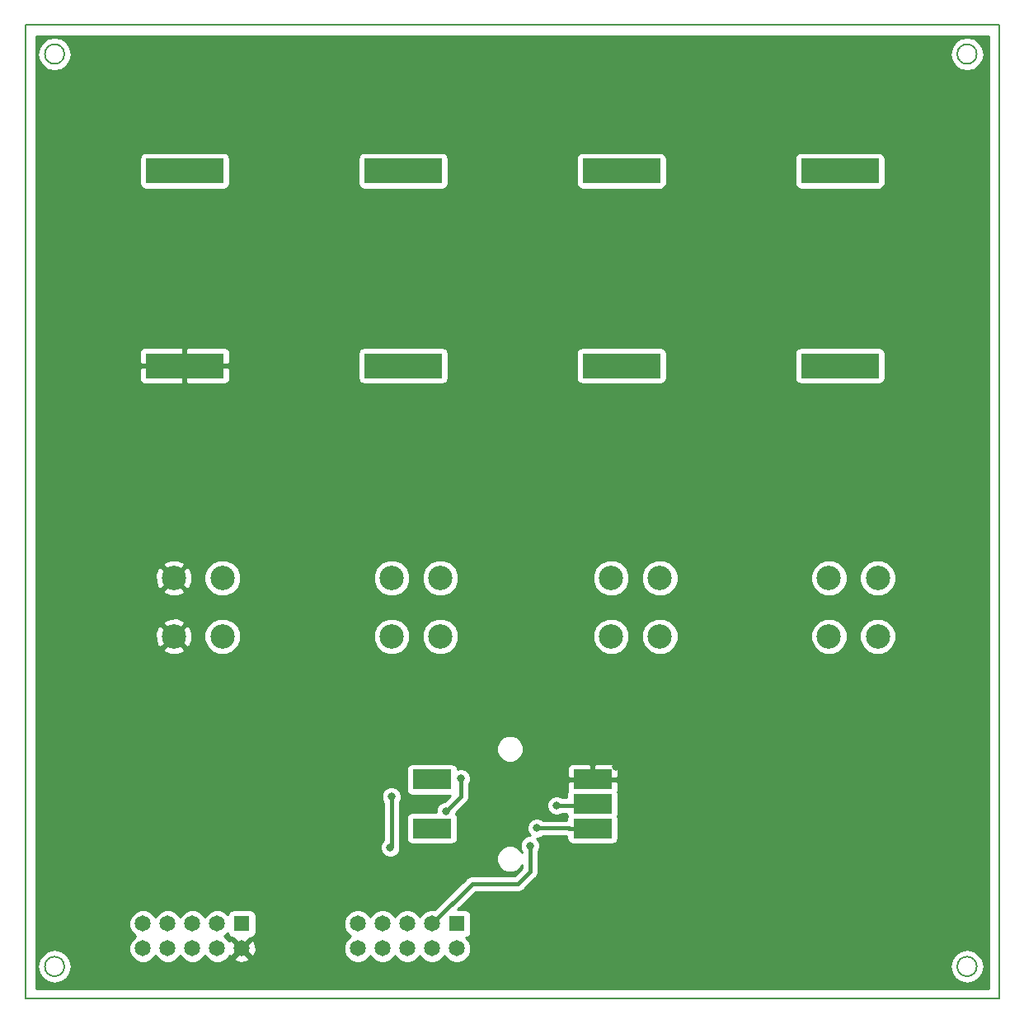
<source format=gbr>
%TF.GenerationSoftware,KiCad,Pcbnew,(5.0.0)*%
%TF.CreationDate,2020-03-23T14:18:08+01:00*%
%TF.ProjectId,Schaltplan_Modul1,536368616C74706C616E5F4D6F64756C,rev?*%
%TF.SameCoordinates,Original*%
%TF.FileFunction,Copper,L2,Bot,Signal*%
%TF.FilePolarity,Positive*%
%FSLAX46Y46*%
G04 Gerber Fmt 4.6, Leading zero omitted, Abs format (unit mm)*
G04 Created by KiCad (PCBNEW (5.0.0)) date 03/23/20 14:18:08*
%MOMM*%
%LPD*%
G01*
G04 APERTURE LIST*
%TA.AperFunction,NonConductor*%
%ADD10C,0.200000*%
%TD*%
%TA.AperFunction,ComponentPad*%
%ADD11R,1.650000X1.650000*%
%TD*%
%TA.AperFunction,ComponentPad*%
%ADD12C,1.650000*%
%TD*%
%TA.AperFunction,SMDPad,CuDef*%
%ADD13R,4.000000X2.000000*%
%TD*%
%TA.AperFunction,ComponentPad*%
%ADD14C,2.500000*%
%TD*%
%TA.AperFunction,ComponentPad*%
%ADD15R,8.000000X2.500000*%
%TD*%
%TA.AperFunction,ViaPad*%
%ADD16C,0.800000*%
%TD*%
%TA.AperFunction,Conductor*%
%ADD17C,0.400000*%
%TD*%
%TA.AperFunction,Conductor*%
%ADD18C,0.254000*%
%TD*%
G04 APERTURE END LIST*
D10*
X197695000Y-146695000D02*
G75*
G03X197695000Y-146695000I-1000000J0D01*
G01*
X197695000Y-53000000D02*
G75*
G03X197695000Y-53000000I-1000000J0D01*
G01*
X104000000Y-53000000D02*
G75*
G03X104000000Y-53000000I-1000000J0D01*
G01*
X104000000Y-146695000D02*
G75*
G03X104000000Y-146695000I-1000000J0D01*
G01*
X100000000Y-150000000D02*
X200000000Y-150000000D01*
X100000000Y-50000000D02*
X100000000Y-150000000D01*
X200000000Y-50000000D02*
X200000000Y-150000000D01*
X100000000Y-50000000D02*
X200000000Y-50000000D01*
D11*
%TO.P,J3,1*%
%TO.N,+3V3*%
X122230000Y-142310000D03*
D12*
%TO.P,J3,2*%
%TO.N,GND*%
X122230000Y-144850000D03*
%TO.P,J3,3*%
%TO.N,+5V*%
X119690000Y-142310000D03*
%TO.P,J3,4*%
%TO.N,/VSPI_CLK*%
X119690000Y-144850000D03*
%TO.P,J3,5*%
%TO.N,/SCL*%
X117150000Y-142310000D03*
%TO.P,J3,6*%
%TO.N,/VSPI_MOSI*%
X117150000Y-144850000D03*
%TO.P,J3,7*%
%TO.N,/SDA*%
X114610000Y-142310000D03*
%TO.P,J3,8*%
%TO.N,/VSPI_MISO*%
X114610000Y-144850000D03*
%TO.P,J3,9*%
%TO.N,Net-(J3-Pad9)*%
X112070000Y-142310000D03*
%TO.P,J3,10*%
%TO.N,/VSPI_CS*%
X112070000Y-144850000D03*
%TD*%
D11*
%TO.P,J1,1*%
%TO.N,/IO34*%
X144304000Y-142310000D03*
D12*
%TO.P,J1,2*%
%TO.N,/IO33*%
X144304000Y-144850000D03*
%TO.P,J1,3*%
%TO.N,/IO35*%
X141764000Y-142310000D03*
%TO.P,J1,4*%
%TO.N,/IO25*%
X141764000Y-144850000D03*
%TO.P,J1,5*%
%TO.N,/IO36*%
X139224000Y-142310000D03*
%TO.P,J1,6*%
%TO.N,/IO26*%
X139224000Y-144850000D03*
%TO.P,J1,7*%
%TO.N,/IO39*%
X136684000Y-142310000D03*
%TO.P,J1,8*%
%TO.N,Net-(J1-Pad8)*%
X136684000Y-144850000D03*
%TO.P,J1,9*%
%TO.N,N/C*%
X134144000Y-142310000D03*
%TO.P,J1,10*%
X134144000Y-144850000D03*
%TD*%
D13*
%TO.P,R_POT1,5*%
%TO.N,N/C*%
X141750000Y-132500000D03*
%TO.P,R_POT1,4*%
X141750000Y-127500000D03*
%TO.P,R_POT1,3*%
%TO.N,+3V3*%
X158250000Y-132500000D03*
%TO.P,R_POT1,2*%
%TO.N,Net-(R5-Pad2)*%
X158250000Y-130000000D03*
%TO.P,R_POT1,1*%
%TO.N,GND*%
X158250000Y-127500000D03*
%TD*%
D14*
%TO.P,J2,1*%
%TO.N,Net-(J2-Pad1)*%
X142604998Y-106800000D03*
%TO.P,J2,2*%
%TO.N,Net-(J2-Pad2)*%
X137604998Y-106800000D03*
%TO.P,J2,1*%
%TO.N,Net-(J2-Pad1)*%
X142604998Y-112800000D03*
%TO.P,J2,2*%
%TO.N,Net-(J2-Pad2)*%
X137604998Y-112800000D03*
%TD*%
D15*
%TO.P,TP2,1*%
%TO.N,+5V*%
X116355000Y-65000000D03*
%TD*%
%TO.P,TP7,1*%
%TO.N,Net-(J2-Pad1)*%
X138785000Y-65000000D03*
%TD*%
%TO.P,TP8,1*%
%TO.N,Net-(J2-Pad2)*%
X138785000Y-85000000D03*
%TD*%
%TO.P,TP3,1*%
%TO.N,Net-(C3-Pad1)*%
X183645000Y-65000000D03*
%TD*%
%TO.P,TP6,1*%
%TO.N,Net-(C8-Pad1)*%
X161215000Y-85000000D03*
%TD*%
%TO.P,TP1,1*%
%TO.N,GND*%
X116355000Y-85000000D03*
%TD*%
%TO.P,TP5,1*%
%TO.N,Net-(C9-Pad1)*%
X183645000Y-85000000D03*
%TD*%
%TO.P,TP4,1*%
%TO.N,Net-(C4-Pad1)*%
X161215000Y-65000000D03*
%TD*%
D14*
%TO.P,J6,1*%
%TO.N,+5V*%
X120232500Y-106800000D03*
%TO.P,J6,2*%
%TO.N,GND*%
X115232500Y-106800000D03*
%TO.P,J6,1*%
%TO.N,+5V*%
X120232500Y-112800000D03*
%TO.P,J6,2*%
%TO.N,GND*%
X115232500Y-112800000D03*
%TD*%
%TO.P,J5,1*%
%TO.N,Net-(C4-Pad1)*%
X165149997Y-106800000D03*
%TO.P,J5,2*%
%TO.N,Net-(C8-Pad1)*%
X160149997Y-106800000D03*
%TO.P,J5,1*%
%TO.N,Net-(C4-Pad1)*%
X165149997Y-112800000D03*
%TO.P,J5,2*%
%TO.N,Net-(C8-Pad1)*%
X160149997Y-112800000D03*
%TD*%
%TO.P,J4,1*%
%TO.N,Net-(C3-Pad1)*%
X187522500Y-106800000D03*
%TO.P,J4,2*%
%TO.N,Net-(C9-Pad1)*%
X182522500Y-106800000D03*
%TO.P,J4,1*%
%TO.N,Net-(C3-Pad1)*%
X187522500Y-112800000D03*
%TO.P,J4,2*%
%TO.N,Net-(C9-Pad1)*%
X182522500Y-112800000D03*
%TD*%
D16*
%TO.N,GND*%
X146101000Y-127406500D03*
X134036000Y-128232000D03*
X160645000Y-126200000D03*
X183155000Y-126076000D03*
X190865000Y-126076000D03*
X152832000Y-127944000D03*
X175630000Y-127820000D03*
X169884000Y-127944000D03*
X146736000Y-132296000D03*
%TO.N,Net-(R5-Pad2)*%
X154546500Y-130159000D03*
%TO.N,+3V3*%
X152514500Y-132486500D03*
%TO.N,/IO25*%
X144704000Y-127402000D03*
X143180000Y-130772000D03*
%TO.N,/IO26*%
X137592000Y-129248000D03*
X137465000Y-134455000D03*
%TO.N,/IO35*%
X151816000Y-134294000D03*
%TD*%
D17*
%TO.N,Net-(R5-Pad2)*%
X158091000Y-130159000D02*
X158250000Y-130000000D01*
X154546500Y-130159000D02*
X158091000Y-130159000D01*
%TO.N,+3V3*%
X155850000Y-132500000D02*
X155836500Y-132486500D01*
X158250000Y-132500000D02*
X155850000Y-132500000D01*
X155836500Y-132486500D02*
X152514500Y-132486500D01*
%TO.N,/IO25*%
X144704000Y-129248000D02*
X144704000Y-127402000D01*
X143180000Y-130772000D02*
X144704000Y-129248000D01*
%TO.N,/IO26*%
X137592000Y-134328000D02*
X137465000Y-134455000D01*
X137592000Y-129248000D02*
X137592000Y-134328000D01*
%TO.N,/IO35*%
X151816000Y-134859685D02*
X151816000Y-134294000D01*
X151816000Y-135434002D02*
X151816000Y-134859685D01*
X151816000Y-134294000D02*
X151816000Y-135434002D01*
X145874000Y-138200000D02*
X141764000Y-142310000D01*
X149050002Y-138200000D02*
X145874000Y-138200000D01*
X149050002Y-138200000D02*
X150600000Y-138200000D01*
X151816000Y-136984000D02*
X151816000Y-134294000D01*
X150600000Y-138200000D02*
X151816000Y-136984000D01*
%TD*%
D18*
%TO.N,GND*%
G36*
X198933000Y-148933000D02*
X101143000Y-148933000D01*
X101143000Y-146695000D01*
X101245000Y-146695000D01*
X101378591Y-147366609D01*
X101759028Y-147935972D01*
X102328391Y-148316409D01*
X103000000Y-148450000D01*
X103671609Y-148316409D01*
X104240972Y-147935972D01*
X104621409Y-147366609D01*
X104755000Y-146695000D01*
X194940000Y-146695000D01*
X195073591Y-147366609D01*
X195454028Y-147935972D01*
X196023391Y-148316409D01*
X196695000Y-148450000D01*
X197366609Y-148316409D01*
X197935972Y-147935972D01*
X198316409Y-147366609D01*
X198450000Y-146695000D01*
X198316409Y-146023391D01*
X197935972Y-145454028D01*
X197366609Y-145073591D01*
X196695000Y-144940000D01*
X196023391Y-145073591D01*
X195454028Y-145454028D01*
X195073591Y-146023391D01*
X194940000Y-146695000D01*
X104755000Y-146695000D01*
X104621409Y-146023391D01*
X104240972Y-145454028D01*
X103671609Y-145073591D01*
X103000000Y-144940000D01*
X102328391Y-145073591D01*
X101759028Y-145454028D01*
X101378591Y-146023391D01*
X101245000Y-146695000D01*
X101143000Y-146695000D01*
X101143000Y-142019588D01*
X110610000Y-142019588D01*
X110610000Y-142600412D01*
X110832272Y-143137024D01*
X111242976Y-143547728D01*
X111320887Y-143580000D01*
X111242976Y-143612272D01*
X110832272Y-144022976D01*
X110610000Y-144559588D01*
X110610000Y-145140412D01*
X110832272Y-145677024D01*
X111242976Y-146087728D01*
X111779588Y-146310000D01*
X112360412Y-146310000D01*
X112897024Y-146087728D01*
X113307728Y-145677024D01*
X113340000Y-145599113D01*
X113372272Y-145677024D01*
X113782976Y-146087728D01*
X114319588Y-146310000D01*
X114900412Y-146310000D01*
X115437024Y-146087728D01*
X115847728Y-145677024D01*
X115880000Y-145599113D01*
X115912272Y-145677024D01*
X116322976Y-146087728D01*
X116859588Y-146310000D01*
X117440412Y-146310000D01*
X117977024Y-146087728D01*
X118387728Y-145677024D01*
X118420000Y-145599113D01*
X118452272Y-145677024D01*
X118862976Y-146087728D01*
X119399588Y-146310000D01*
X119980412Y-146310000D01*
X120517024Y-146087728D01*
X120728899Y-145875853D01*
X121383752Y-145875853D01*
X121460956Y-146124563D01*
X122007250Y-146321843D01*
X122587456Y-146295048D01*
X122999044Y-146124563D01*
X123076248Y-145875853D01*
X122230000Y-145029605D01*
X121383752Y-145875853D01*
X120728899Y-145875853D01*
X120927728Y-145677024D01*
X120953591Y-145614586D01*
X120955437Y-145619044D01*
X121204147Y-145696248D01*
X122050395Y-144850000D01*
X122409605Y-144850000D01*
X123255853Y-145696248D01*
X123504563Y-145619044D01*
X123701843Y-145072750D01*
X123675048Y-144492544D01*
X123504563Y-144080956D01*
X123255853Y-144003752D01*
X122409605Y-144850000D01*
X122050395Y-144850000D01*
X121204147Y-144003752D01*
X120955437Y-144080956D01*
X120953717Y-144085719D01*
X120927728Y-144022976D01*
X120517024Y-143612272D01*
X120439113Y-143580000D01*
X120517024Y-143547728D01*
X120786128Y-143278624D01*
X120806843Y-143382765D01*
X120947191Y-143592809D01*
X121157235Y-143733157D01*
X121397181Y-143780885D01*
X121383752Y-143824147D01*
X122230000Y-144670395D01*
X123076248Y-143824147D01*
X123062819Y-143780885D01*
X123302765Y-143733157D01*
X123512809Y-143592809D01*
X123653157Y-143382765D01*
X123702440Y-143135000D01*
X123702440Y-142019588D01*
X132684000Y-142019588D01*
X132684000Y-142600412D01*
X132906272Y-143137024D01*
X133316976Y-143547728D01*
X133394887Y-143580000D01*
X133316976Y-143612272D01*
X132906272Y-144022976D01*
X132684000Y-144559588D01*
X132684000Y-145140412D01*
X132906272Y-145677024D01*
X133316976Y-146087728D01*
X133853588Y-146310000D01*
X134434412Y-146310000D01*
X134971024Y-146087728D01*
X135381728Y-145677024D01*
X135414000Y-145599113D01*
X135446272Y-145677024D01*
X135856976Y-146087728D01*
X136393588Y-146310000D01*
X136974412Y-146310000D01*
X137511024Y-146087728D01*
X137921728Y-145677024D01*
X137954000Y-145599113D01*
X137986272Y-145677024D01*
X138396976Y-146087728D01*
X138933588Y-146310000D01*
X139514412Y-146310000D01*
X140051024Y-146087728D01*
X140461728Y-145677024D01*
X140494000Y-145599113D01*
X140526272Y-145677024D01*
X140936976Y-146087728D01*
X141473588Y-146310000D01*
X142054412Y-146310000D01*
X142591024Y-146087728D01*
X143001728Y-145677024D01*
X143034000Y-145599113D01*
X143066272Y-145677024D01*
X143476976Y-146087728D01*
X144013588Y-146310000D01*
X144594412Y-146310000D01*
X145131024Y-146087728D01*
X145541728Y-145677024D01*
X145764000Y-145140412D01*
X145764000Y-144559588D01*
X145541728Y-144022976D01*
X145272624Y-143753872D01*
X145376765Y-143733157D01*
X145586809Y-143592809D01*
X145727157Y-143382765D01*
X145776440Y-143135000D01*
X145776440Y-141485000D01*
X145727157Y-141237235D01*
X145586809Y-141027191D01*
X145376765Y-140886843D01*
X145129000Y-140837560D01*
X144417308Y-140837560D01*
X146219868Y-139035000D01*
X150517767Y-139035000D01*
X150600000Y-139051357D01*
X150682233Y-139035000D01*
X150682237Y-139035000D01*
X150925801Y-138986552D01*
X151202001Y-138802001D01*
X151248587Y-138732280D01*
X152348283Y-137632585D01*
X152418001Y-137586001D01*
X152602552Y-137309801D01*
X152651000Y-137066237D01*
X152651000Y-137066236D01*
X152667358Y-136984000D01*
X152651000Y-136901763D01*
X152651000Y-134922711D01*
X152693431Y-134880280D01*
X152851000Y-134499874D01*
X152851000Y-134088126D01*
X152693431Y-133707720D01*
X152507211Y-133521500D01*
X152720374Y-133521500D01*
X153100780Y-133363931D01*
X153143211Y-133321500D01*
X155602560Y-133321500D01*
X155602560Y-133500000D01*
X155651843Y-133747765D01*
X155792191Y-133957809D01*
X156002235Y-134098157D01*
X156250000Y-134147440D01*
X160250000Y-134147440D01*
X160497765Y-134098157D01*
X160707809Y-133957809D01*
X160848157Y-133747765D01*
X160897440Y-133500000D01*
X160897440Y-131500000D01*
X160848157Y-131252235D01*
X160846664Y-131250000D01*
X160848157Y-131247765D01*
X160897440Y-131000000D01*
X160897440Y-129000000D01*
X160848157Y-128752235D01*
X160838702Y-128738084D01*
X160885000Y-128626310D01*
X160885000Y-127785750D01*
X160726250Y-127627000D01*
X158377000Y-127627000D01*
X158377000Y-127647000D01*
X158123000Y-127647000D01*
X158123000Y-127627000D01*
X155773750Y-127627000D01*
X155615000Y-127785750D01*
X155615000Y-128626310D01*
X155661298Y-128738084D01*
X155651843Y-128752235D01*
X155602560Y-129000000D01*
X155602560Y-129324000D01*
X155175211Y-129324000D01*
X155132780Y-129281569D01*
X154752374Y-129124000D01*
X154340626Y-129124000D01*
X153960220Y-129281569D01*
X153669069Y-129572720D01*
X153511500Y-129953126D01*
X153511500Y-130364874D01*
X153669069Y-130745280D01*
X153960220Y-131036431D01*
X154340626Y-131194000D01*
X154752374Y-131194000D01*
X155132780Y-131036431D01*
X155175211Y-130994000D01*
X155602560Y-130994000D01*
X155602560Y-131000000D01*
X155651843Y-131247765D01*
X155653336Y-131250000D01*
X155651843Y-131252235D01*
X155602560Y-131500000D01*
X155602560Y-131651500D01*
X153143211Y-131651500D01*
X153100780Y-131609069D01*
X152720374Y-131451500D01*
X152308626Y-131451500D01*
X151928220Y-131609069D01*
X151637069Y-131900220D01*
X151479500Y-132280626D01*
X151479500Y-132692374D01*
X151637069Y-133072780D01*
X151823289Y-133259000D01*
X151610126Y-133259000D01*
X151229720Y-133416569D01*
X150938569Y-133707720D01*
X150781000Y-134088126D01*
X150781000Y-134499874D01*
X150938569Y-134880280D01*
X150981000Y-134922711D01*
X150981000Y-135002716D01*
X150924147Y-134865460D01*
X150534540Y-134475853D01*
X150025494Y-134265000D01*
X149474506Y-134265000D01*
X148965460Y-134475853D01*
X148575853Y-134865460D01*
X148365000Y-135374506D01*
X148365000Y-135925494D01*
X148575853Y-136434540D01*
X148965460Y-136824147D01*
X149474506Y-137035000D01*
X150025494Y-137035000D01*
X150534540Y-136824147D01*
X150924147Y-136434540D01*
X150981000Y-136297284D01*
X150981000Y-136638132D01*
X150254133Y-137365000D01*
X145956237Y-137365000D01*
X145874000Y-137348642D01*
X145791763Y-137365000D01*
X145548199Y-137413448D01*
X145271999Y-137597999D01*
X145225415Y-137667717D01*
X142043133Y-140850000D01*
X141473588Y-140850000D01*
X140936976Y-141072272D01*
X140526272Y-141482976D01*
X140494000Y-141560887D01*
X140461728Y-141482976D01*
X140051024Y-141072272D01*
X139514412Y-140850000D01*
X138933588Y-140850000D01*
X138396976Y-141072272D01*
X137986272Y-141482976D01*
X137954000Y-141560887D01*
X137921728Y-141482976D01*
X137511024Y-141072272D01*
X136974412Y-140850000D01*
X136393588Y-140850000D01*
X135856976Y-141072272D01*
X135446272Y-141482976D01*
X135414000Y-141560887D01*
X135381728Y-141482976D01*
X134971024Y-141072272D01*
X134434412Y-140850000D01*
X133853588Y-140850000D01*
X133316976Y-141072272D01*
X132906272Y-141482976D01*
X132684000Y-142019588D01*
X123702440Y-142019588D01*
X123702440Y-141485000D01*
X123653157Y-141237235D01*
X123512809Y-141027191D01*
X123302765Y-140886843D01*
X123055000Y-140837560D01*
X121405000Y-140837560D01*
X121157235Y-140886843D01*
X120947191Y-141027191D01*
X120806843Y-141237235D01*
X120786128Y-141341376D01*
X120517024Y-141072272D01*
X119980412Y-140850000D01*
X119399588Y-140850000D01*
X118862976Y-141072272D01*
X118452272Y-141482976D01*
X118420000Y-141560887D01*
X118387728Y-141482976D01*
X117977024Y-141072272D01*
X117440412Y-140850000D01*
X116859588Y-140850000D01*
X116322976Y-141072272D01*
X115912272Y-141482976D01*
X115880000Y-141560887D01*
X115847728Y-141482976D01*
X115437024Y-141072272D01*
X114900412Y-140850000D01*
X114319588Y-140850000D01*
X113782976Y-141072272D01*
X113372272Y-141482976D01*
X113340000Y-141560887D01*
X113307728Y-141482976D01*
X112897024Y-141072272D01*
X112360412Y-140850000D01*
X111779588Y-140850000D01*
X111242976Y-141072272D01*
X110832272Y-141482976D01*
X110610000Y-142019588D01*
X101143000Y-142019588D01*
X101143000Y-134249126D01*
X136430000Y-134249126D01*
X136430000Y-134660874D01*
X136587569Y-135041280D01*
X136878720Y-135332431D01*
X137259126Y-135490000D01*
X137670874Y-135490000D01*
X138051280Y-135332431D01*
X138342431Y-135041280D01*
X138500000Y-134660874D01*
X138500000Y-134249126D01*
X138427000Y-134072888D01*
X138427000Y-129876711D01*
X138469431Y-129834280D01*
X138627000Y-129453874D01*
X138627000Y-129042126D01*
X138469431Y-128661720D01*
X138178280Y-128370569D01*
X137797874Y-128213000D01*
X137386126Y-128213000D01*
X137005720Y-128370569D01*
X136714569Y-128661720D01*
X136557000Y-129042126D01*
X136557000Y-129453874D01*
X136714569Y-129834280D01*
X136757000Y-129876711D01*
X136757001Y-133699288D01*
X136587569Y-133868720D01*
X136430000Y-134249126D01*
X101143000Y-134249126D01*
X101143000Y-126500000D01*
X139102560Y-126500000D01*
X139102560Y-128500000D01*
X139151843Y-128747765D01*
X139292191Y-128957809D01*
X139502235Y-129098157D01*
X139750000Y-129147440D01*
X143623692Y-129147440D01*
X143034132Y-129737000D01*
X142974126Y-129737000D01*
X142593720Y-129894569D01*
X142302569Y-130185720D01*
X142145000Y-130566126D01*
X142145000Y-130852560D01*
X139750000Y-130852560D01*
X139502235Y-130901843D01*
X139292191Y-131042191D01*
X139151843Y-131252235D01*
X139102560Y-131500000D01*
X139102560Y-133500000D01*
X139151843Y-133747765D01*
X139292191Y-133957809D01*
X139502235Y-134098157D01*
X139750000Y-134147440D01*
X143750000Y-134147440D01*
X143997765Y-134098157D01*
X144207809Y-133957809D01*
X144348157Y-133747765D01*
X144397440Y-133500000D01*
X144397440Y-131500000D01*
X144348157Y-131252235D01*
X144207809Y-131042191D01*
X144192575Y-131032012D01*
X144215000Y-130977874D01*
X144215000Y-130917868D01*
X145236286Y-129896583D01*
X145306001Y-129850001D01*
X145490552Y-129573801D01*
X145539000Y-129330237D01*
X145539000Y-129330234D01*
X145555357Y-129248001D01*
X145539000Y-129165768D01*
X145539000Y-128030711D01*
X145581431Y-127988280D01*
X145739000Y-127607874D01*
X145739000Y-127196126D01*
X145581431Y-126815720D01*
X145290280Y-126524569D01*
X144926026Y-126373690D01*
X155615000Y-126373690D01*
X155615000Y-127214250D01*
X155773750Y-127373000D01*
X158123000Y-127373000D01*
X158123000Y-126023750D01*
X158377000Y-126023750D01*
X158377000Y-127373000D01*
X160726250Y-127373000D01*
X160885000Y-127214250D01*
X160885000Y-126373690D01*
X160788327Y-126140301D01*
X160609698Y-125961673D01*
X160376309Y-125865000D01*
X158535750Y-125865000D01*
X158377000Y-126023750D01*
X158123000Y-126023750D01*
X157964250Y-125865000D01*
X156123691Y-125865000D01*
X155890302Y-125961673D01*
X155711673Y-126140301D01*
X155615000Y-126373690D01*
X144926026Y-126373690D01*
X144909874Y-126367000D01*
X144498126Y-126367000D01*
X144380663Y-126415655D01*
X144348157Y-126252235D01*
X144207809Y-126042191D01*
X143997765Y-125901843D01*
X143750000Y-125852560D01*
X139750000Y-125852560D01*
X139502235Y-125901843D01*
X139292191Y-126042191D01*
X139151843Y-126252235D01*
X139102560Y-126500000D01*
X101143000Y-126500000D01*
X101143000Y-124074506D01*
X148365000Y-124074506D01*
X148365000Y-124625494D01*
X148575853Y-125134540D01*
X148965460Y-125524147D01*
X149474506Y-125735000D01*
X150025494Y-125735000D01*
X150534540Y-125524147D01*
X150924147Y-125134540D01*
X151135000Y-124625494D01*
X151135000Y-124074506D01*
X150924147Y-123565460D01*
X150534540Y-123175853D01*
X150025494Y-122965000D01*
X149474506Y-122965000D01*
X148965460Y-123175853D01*
X148575853Y-123565460D01*
X148365000Y-124074506D01*
X101143000Y-124074506D01*
X101143000Y-114133320D01*
X114078785Y-114133320D01*
X114208033Y-114426123D01*
X114908306Y-114694388D01*
X115657935Y-114674250D01*
X116256967Y-114426123D01*
X116386215Y-114133320D01*
X115232500Y-112979605D01*
X114078785Y-114133320D01*
X101143000Y-114133320D01*
X101143000Y-112475806D01*
X113338112Y-112475806D01*
X113358250Y-113225435D01*
X113606377Y-113824467D01*
X113899180Y-113953715D01*
X115052895Y-112800000D01*
X115412105Y-112800000D01*
X116565820Y-113953715D01*
X116858623Y-113824467D01*
X117126888Y-113124194D01*
X117108107Y-112425050D01*
X118347500Y-112425050D01*
X118347500Y-113174950D01*
X118634474Y-113867767D01*
X119164733Y-114398026D01*
X119857550Y-114685000D01*
X120607450Y-114685000D01*
X121300267Y-114398026D01*
X121830526Y-113867767D01*
X122117500Y-113174950D01*
X122117500Y-112425050D01*
X135719998Y-112425050D01*
X135719998Y-113174950D01*
X136006972Y-113867767D01*
X136537231Y-114398026D01*
X137230048Y-114685000D01*
X137979948Y-114685000D01*
X138672765Y-114398026D01*
X139203024Y-113867767D01*
X139489998Y-113174950D01*
X139489998Y-112425050D01*
X140719998Y-112425050D01*
X140719998Y-113174950D01*
X141006972Y-113867767D01*
X141537231Y-114398026D01*
X142230048Y-114685000D01*
X142979948Y-114685000D01*
X143672765Y-114398026D01*
X144203024Y-113867767D01*
X144489998Y-113174950D01*
X144489998Y-112425050D01*
X158264997Y-112425050D01*
X158264997Y-113174950D01*
X158551971Y-113867767D01*
X159082230Y-114398026D01*
X159775047Y-114685000D01*
X160524947Y-114685000D01*
X161217764Y-114398026D01*
X161748023Y-113867767D01*
X162034997Y-113174950D01*
X162034997Y-112425050D01*
X163264997Y-112425050D01*
X163264997Y-113174950D01*
X163551971Y-113867767D01*
X164082230Y-114398026D01*
X164775047Y-114685000D01*
X165524947Y-114685000D01*
X166217764Y-114398026D01*
X166748023Y-113867767D01*
X167034997Y-113174950D01*
X167034997Y-112425050D01*
X180637500Y-112425050D01*
X180637500Y-113174950D01*
X180924474Y-113867767D01*
X181454733Y-114398026D01*
X182147550Y-114685000D01*
X182897450Y-114685000D01*
X183590267Y-114398026D01*
X184120526Y-113867767D01*
X184407500Y-113174950D01*
X184407500Y-112425050D01*
X185637500Y-112425050D01*
X185637500Y-113174950D01*
X185924474Y-113867767D01*
X186454733Y-114398026D01*
X187147550Y-114685000D01*
X187897450Y-114685000D01*
X188590267Y-114398026D01*
X189120526Y-113867767D01*
X189407500Y-113174950D01*
X189407500Y-112425050D01*
X189120526Y-111732233D01*
X188590267Y-111201974D01*
X187897450Y-110915000D01*
X187147550Y-110915000D01*
X186454733Y-111201974D01*
X185924474Y-111732233D01*
X185637500Y-112425050D01*
X184407500Y-112425050D01*
X184120526Y-111732233D01*
X183590267Y-111201974D01*
X182897450Y-110915000D01*
X182147550Y-110915000D01*
X181454733Y-111201974D01*
X180924474Y-111732233D01*
X180637500Y-112425050D01*
X167034997Y-112425050D01*
X166748023Y-111732233D01*
X166217764Y-111201974D01*
X165524947Y-110915000D01*
X164775047Y-110915000D01*
X164082230Y-111201974D01*
X163551971Y-111732233D01*
X163264997Y-112425050D01*
X162034997Y-112425050D01*
X161748023Y-111732233D01*
X161217764Y-111201974D01*
X160524947Y-110915000D01*
X159775047Y-110915000D01*
X159082230Y-111201974D01*
X158551971Y-111732233D01*
X158264997Y-112425050D01*
X144489998Y-112425050D01*
X144203024Y-111732233D01*
X143672765Y-111201974D01*
X142979948Y-110915000D01*
X142230048Y-110915000D01*
X141537231Y-111201974D01*
X141006972Y-111732233D01*
X140719998Y-112425050D01*
X139489998Y-112425050D01*
X139203024Y-111732233D01*
X138672765Y-111201974D01*
X137979948Y-110915000D01*
X137230048Y-110915000D01*
X136537231Y-111201974D01*
X136006972Y-111732233D01*
X135719998Y-112425050D01*
X122117500Y-112425050D01*
X121830526Y-111732233D01*
X121300267Y-111201974D01*
X120607450Y-110915000D01*
X119857550Y-110915000D01*
X119164733Y-111201974D01*
X118634474Y-111732233D01*
X118347500Y-112425050D01*
X117108107Y-112425050D01*
X117106750Y-112374565D01*
X116858623Y-111775533D01*
X116565820Y-111646285D01*
X115412105Y-112800000D01*
X115052895Y-112800000D01*
X113899180Y-111646285D01*
X113606377Y-111775533D01*
X113338112Y-112475806D01*
X101143000Y-112475806D01*
X101143000Y-111466680D01*
X114078785Y-111466680D01*
X115232500Y-112620395D01*
X116386215Y-111466680D01*
X116256967Y-111173877D01*
X115556694Y-110905612D01*
X114807065Y-110925750D01*
X114208033Y-111173877D01*
X114078785Y-111466680D01*
X101143000Y-111466680D01*
X101143000Y-108133320D01*
X114078785Y-108133320D01*
X114208033Y-108426123D01*
X114908306Y-108694388D01*
X115657935Y-108674250D01*
X116256967Y-108426123D01*
X116386215Y-108133320D01*
X115232500Y-106979605D01*
X114078785Y-108133320D01*
X101143000Y-108133320D01*
X101143000Y-106475806D01*
X113338112Y-106475806D01*
X113358250Y-107225435D01*
X113606377Y-107824467D01*
X113899180Y-107953715D01*
X115052895Y-106800000D01*
X115412105Y-106800000D01*
X116565820Y-107953715D01*
X116858623Y-107824467D01*
X117126888Y-107124194D01*
X117108107Y-106425050D01*
X118347500Y-106425050D01*
X118347500Y-107174950D01*
X118634474Y-107867767D01*
X119164733Y-108398026D01*
X119857550Y-108685000D01*
X120607450Y-108685000D01*
X121300267Y-108398026D01*
X121830526Y-107867767D01*
X122117500Y-107174950D01*
X122117500Y-106425050D01*
X135719998Y-106425050D01*
X135719998Y-107174950D01*
X136006972Y-107867767D01*
X136537231Y-108398026D01*
X137230048Y-108685000D01*
X137979948Y-108685000D01*
X138672765Y-108398026D01*
X139203024Y-107867767D01*
X139489998Y-107174950D01*
X139489998Y-106425050D01*
X140719998Y-106425050D01*
X140719998Y-107174950D01*
X141006972Y-107867767D01*
X141537231Y-108398026D01*
X142230048Y-108685000D01*
X142979948Y-108685000D01*
X143672765Y-108398026D01*
X144203024Y-107867767D01*
X144489998Y-107174950D01*
X144489998Y-106425050D01*
X158264997Y-106425050D01*
X158264997Y-107174950D01*
X158551971Y-107867767D01*
X159082230Y-108398026D01*
X159775047Y-108685000D01*
X160524947Y-108685000D01*
X161217764Y-108398026D01*
X161748023Y-107867767D01*
X162034997Y-107174950D01*
X162034997Y-106425050D01*
X163264997Y-106425050D01*
X163264997Y-107174950D01*
X163551971Y-107867767D01*
X164082230Y-108398026D01*
X164775047Y-108685000D01*
X165524947Y-108685000D01*
X166217764Y-108398026D01*
X166748023Y-107867767D01*
X167034997Y-107174950D01*
X167034997Y-106425050D01*
X180637500Y-106425050D01*
X180637500Y-107174950D01*
X180924474Y-107867767D01*
X181454733Y-108398026D01*
X182147550Y-108685000D01*
X182897450Y-108685000D01*
X183590267Y-108398026D01*
X184120526Y-107867767D01*
X184407500Y-107174950D01*
X184407500Y-106425050D01*
X185637500Y-106425050D01*
X185637500Y-107174950D01*
X185924474Y-107867767D01*
X186454733Y-108398026D01*
X187147550Y-108685000D01*
X187897450Y-108685000D01*
X188590267Y-108398026D01*
X189120526Y-107867767D01*
X189407500Y-107174950D01*
X189407500Y-106425050D01*
X189120526Y-105732233D01*
X188590267Y-105201974D01*
X187897450Y-104915000D01*
X187147550Y-104915000D01*
X186454733Y-105201974D01*
X185924474Y-105732233D01*
X185637500Y-106425050D01*
X184407500Y-106425050D01*
X184120526Y-105732233D01*
X183590267Y-105201974D01*
X182897450Y-104915000D01*
X182147550Y-104915000D01*
X181454733Y-105201974D01*
X180924474Y-105732233D01*
X180637500Y-106425050D01*
X167034997Y-106425050D01*
X166748023Y-105732233D01*
X166217764Y-105201974D01*
X165524947Y-104915000D01*
X164775047Y-104915000D01*
X164082230Y-105201974D01*
X163551971Y-105732233D01*
X163264997Y-106425050D01*
X162034997Y-106425050D01*
X161748023Y-105732233D01*
X161217764Y-105201974D01*
X160524947Y-104915000D01*
X159775047Y-104915000D01*
X159082230Y-105201974D01*
X158551971Y-105732233D01*
X158264997Y-106425050D01*
X144489998Y-106425050D01*
X144203024Y-105732233D01*
X143672765Y-105201974D01*
X142979948Y-104915000D01*
X142230048Y-104915000D01*
X141537231Y-105201974D01*
X141006972Y-105732233D01*
X140719998Y-106425050D01*
X139489998Y-106425050D01*
X139203024Y-105732233D01*
X138672765Y-105201974D01*
X137979948Y-104915000D01*
X137230048Y-104915000D01*
X136537231Y-105201974D01*
X136006972Y-105732233D01*
X135719998Y-106425050D01*
X122117500Y-106425050D01*
X121830526Y-105732233D01*
X121300267Y-105201974D01*
X120607450Y-104915000D01*
X119857550Y-104915000D01*
X119164733Y-105201974D01*
X118634474Y-105732233D01*
X118347500Y-106425050D01*
X117108107Y-106425050D01*
X117106750Y-106374565D01*
X116858623Y-105775533D01*
X116565820Y-105646285D01*
X115412105Y-106800000D01*
X115052895Y-106800000D01*
X113899180Y-105646285D01*
X113606377Y-105775533D01*
X113338112Y-106475806D01*
X101143000Y-106475806D01*
X101143000Y-105466680D01*
X114078785Y-105466680D01*
X115232500Y-106620395D01*
X116386215Y-105466680D01*
X116256967Y-105173877D01*
X115556694Y-104905612D01*
X114807065Y-104925750D01*
X114208033Y-105173877D01*
X114078785Y-105466680D01*
X101143000Y-105466680D01*
X101143000Y-85285750D01*
X111720000Y-85285750D01*
X111720000Y-86376310D01*
X111816673Y-86609699D01*
X111995302Y-86788327D01*
X112228691Y-86885000D01*
X116069250Y-86885000D01*
X116228000Y-86726250D01*
X116228000Y-85127000D01*
X116482000Y-85127000D01*
X116482000Y-86726250D01*
X116640750Y-86885000D01*
X120481309Y-86885000D01*
X120714698Y-86788327D01*
X120893327Y-86609699D01*
X120990000Y-86376310D01*
X120990000Y-85285750D01*
X120831250Y-85127000D01*
X116482000Y-85127000D01*
X116228000Y-85127000D01*
X111878750Y-85127000D01*
X111720000Y-85285750D01*
X101143000Y-85285750D01*
X101143000Y-83623690D01*
X111720000Y-83623690D01*
X111720000Y-84714250D01*
X111878750Y-84873000D01*
X116228000Y-84873000D01*
X116228000Y-83273750D01*
X116482000Y-83273750D01*
X116482000Y-84873000D01*
X120831250Y-84873000D01*
X120990000Y-84714250D01*
X120990000Y-83750000D01*
X134137560Y-83750000D01*
X134137560Y-86250000D01*
X134186843Y-86497765D01*
X134327191Y-86707809D01*
X134537235Y-86848157D01*
X134785000Y-86897440D01*
X142785000Y-86897440D01*
X143032765Y-86848157D01*
X143242809Y-86707809D01*
X143383157Y-86497765D01*
X143432440Y-86250000D01*
X143432440Y-83750000D01*
X156567560Y-83750000D01*
X156567560Y-86250000D01*
X156616843Y-86497765D01*
X156757191Y-86707809D01*
X156967235Y-86848157D01*
X157215000Y-86897440D01*
X165215000Y-86897440D01*
X165462765Y-86848157D01*
X165672809Y-86707809D01*
X165813157Y-86497765D01*
X165862440Y-86250000D01*
X165862440Y-83750000D01*
X178997560Y-83750000D01*
X178997560Y-86250000D01*
X179046843Y-86497765D01*
X179187191Y-86707809D01*
X179397235Y-86848157D01*
X179645000Y-86897440D01*
X187645000Y-86897440D01*
X187892765Y-86848157D01*
X188102809Y-86707809D01*
X188243157Y-86497765D01*
X188292440Y-86250000D01*
X188292440Y-83750000D01*
X188243157Y-83502235D01*
X188102809Y-83292191D01*
X187892765Y-83151843D01*
X187645000Y-83102560D01*
X179645000Y-83102560D01*
X179397235Y-83151843D01*
X179187191Y-83292191D01*
X179046843Y-83502235D01*
X178997560Y-83750000D01*
X165862440Y-83750000D01*
X165813157Y-83502235D01*
X165672809Y-83292191D01*
X165462765Y-83151843D01*
X165215000Y-83102560D01*
X157215000Y-83102560D01*
X156967235Y-83151843D01*
X156757191Y-83292191D01*
X156616843Y-83502235D01*
X156567560Y-83750000D01*
X143432440Y-83750000D01*
X143383157Y-83502235D01*
X143242809Y-83292191D01*
X143032765Y-83151843D01*
X142785000Y-83102560D01*
X134785000Y-83102560D01*
X134537235Y-83151843D01*
X134327191Y-83292191D01*
X134186843Y-83502235D01*
X134137560Y-83750000D01*
X120990000Y-83750000D01*
X120990000Y-83623690D01*
X120893327Y-83390301D01*
X120714698Y-83211673D01*
X120481309Y-83115000D01*
X116640750Y-83115000D01*
X116482000Y-83273750D01*
X116228000Y-83273750D01*
X116069250Y-83115000D01*
X112228691Y-83115000D01*
X111995302Y-83211673D01*
X111816673Y-83390301D01*
X111720000Y-83623690D01*
X101143000Y-83623690D01*
X101143000Y-63750000D01*
X111707560Y-63750000D01*
X111707560Y-66250000D01*
X111756843Y-66497765D01*
X111897191Y-66707809D01*
X112107235Y-66848157D01*
X112355000Y-66897440D01*
X120355000Y-66897440D01*
X120602765Y-66848157D01*
X120812809Y-66707809D01*
X120953157Y-66497765D01*
X121002440Y-66250000D01*
X121002440Y-63750000D01*
X134137560Y-63750000D01*
X134137560Y-66250000D01*
X134186843Y-66497765D01*
X134327191Y-66707809D01*
X134537235Y-66848157D01*
X134785000Y-66897440D01*
X142785000Y-66897440D01*
X143032765Y-66848157D01*
X143242809Y-66707809D01*
X143383157Y-66497765D01*
X143432440Y-66250000D01*
X143432440Y-63750000D01*
X156567560Y-63750000D01*
X156567560Y-66250000D01*
X156616843Y-66497765D01*
X156757191Y-66707809D01*
X156967235Y-66848157D01*
X157215000Y-66897440D01*
X165215000Y-66897440D01*
X165462765Y-66848157D01*
X165672809Y-66707809D01*
X165813157Y-66497765D01*
X165862440Y-66250000D01*
X165862440Y-63750000D01*
X178997560Y-63750000D01*
X178997560Y-66250000D01*
X179046843Y-66497765D01*
X179187191Y-66707809D01*
X179397235Y-66848157D01*
X179645000Y-66897440D01*
X187645000Y-66897440D01*
X187892765Y-66848157D01*
X188102809Y-66707809D01*
X188243157Y-66497765D01*
X188292440Y-66250000D01*
X188292440Y-63750000D01*
X188243157Y-63502235D01*
X188102809Y-63292191D01*
X187892765Y-63151843D01*
X187645000Y-63102560D01*
X179645000Y-63102560D01*
X179397235Y-63151843D01*
X179187191Y-63292191D01*
X179046843Y-63502235D01*
X178997560Y-63750000D01*
X165862440Y-63750000D01*
X165813157Y-63502235D01*
X165672809Y-63292191D01*
X165462765Y-63151843D01*
X165215000Y-63102560D01*
X157215000Y-63102560D01*
X156967235Y-63151843D01*
X156757191Y-63292191D01*
X156616843Y-63502235D01*
X156567560Y-63750000D01*
X143432440Y-63750000D01*
X143383157Y-63502235D01*
X143242809Y-63292191D01*
X143032765Y-63151843D01*
X142785000Y-63102560D01*
X134785000Y-63102560D01*
X134537235Y-63151843D01*
X134327191Y-63292191D01*
X134186843Y-63502235D01*
X134137560Y-63750000D01*
X121002440Y-63750000D01*
X120953157Y-63502235D01*
X120812809Y-63292191D01*
X120602765Y-63151843D01*
X120355000Y-63102560D01*
X112355000Y-63102560D01*
X112107235Y-63151843D01*
X111897191Y-63292191D01*
X111756843Y-63502235D01*
X111707560Y-63750000D01*
X101143000Y-63750000D01*
X101143000Y-53000000D01*
X101245000Y-53000000D01*
X101378591Y-53671609D01*
X101759028Y-54240972D01*
X102328391Y-54621409D01*
X103000000Y-54755000D01*
X103671609Y-54621409D01*
X104240972Y-54240972D01*
X104621409Y-53671609D01*
X104755000Y-53000000D01*
X194940000Y-53000000D01*
X195073591Y-53671609D01*
X195454028Y-54240972D01*
X196023391Y-54621409D01*
X196695000Y-54755000D01*
X197366609Y-54621409D01*
X197935972Y-54240972D01*
X198316409Y-53671609D01*
X198450000Y-53000000D01*
X198316409Y-52328391D01*
X197935972Y-51759028D01*
X197366609Y-51378591D01*
X196695000Y-51245000D01*
X196023391Y-51378591D01*
X195454028Y-51759028D01*
X195073591Y-52328391D01*
X194940000Y-53000000D01*
X104755000Y-53000000D01*
X104621409Y-52328391D01*
X104240972Y-51759028D01*
X103671609Y-51378591D01*
X103000000Y-51245000D01*
X102328391Y-51378591D01*
X101759028Y-51759028D01*
X101378591Y-52328391D01*
X101245000Y-53000000D01*
X101143000Y-53000000D01*
X101143000Y-51143000D01*
X198933000Y-51143000D01*
X198933000Y-148933000D01*
X198933000Y-148933000D01*
G37*
X198933000Y-148933000D02*
X101143000Y-148933000D01*
X101143000Y-146695000D01*
X101245000Y-146695000D01*
X101378591Y-147366609D01*
X101759028Y-147935972D01*
X102328391Y-148316409D01*
X103000000Y-148450000D01*
X103671609Y-148316409D01*
X104240972Y-147935972D01*
X104621409Y-147366609D01*
X104755000Y-146695000D01*
X194940000Y-146695000D01*
X195073591Y-147366609D01*
X195454028Y-147935972D01*
X196023391Y-148316409D01*
X196695000Y-148450000D01*
X197366609Y-148316409D01*
X197935972Y-147935972D01*
X198316409Y-147366609D01*
X198450000Y-146695000D01*
X198316409Y-146023391D01*
X197935972Y-145454028D01*
X197366609Y-145073591D01*
X196695000Y-144940000D01*
X196023391Y-145073591D01*
X195454028Y-145454028D01*
X195073591Y-146023391D01*
X194940000Y-146695000D01*
X104755000Y-146695000D01*
X104621409Y-146023391D01*
X104240972Y-145454028D01*
X103671609Y-145073591D01*
X103000000Y-144940000D01*
X102328391Y-145073591D01*
X101759028Y-145454028D01*
X101378591Y-146023391D01*
X101245000Y-146695000D01*
X101143000Y-146695000D01*
X101143000Y-142019588D01*
X110610000Y-142019588D01*
X110610000Y-142600412D01*
X110832272Y-143137024D01*
X111242976Y-143547728D01*
X111320887Y-143580000D01*
X111242976Y-143612272D01*
X110832272Y-144022976D01*
X110610000Y-144559588D01*
X110610000Y-145140412D01*
X110832272Y-145677024D01*
X111242976Y-146087728D01*
X111779588Y-146310000D01*
X112360412Y-146310000D01*
X112897024Y-146087728D01*
X113307728Y-145677024D01*
X113340000Y-145599113D01*
X113372272Y-145677024D01*
X113782976Y-146087728D01*
X114319588Y-146310000D01*
X114900412Y-146310000D01*
X115437024Y-146087728D01*
X115847728Y-145677024D01*
X115880000Y-145599113D01*
X115912272Y-145677024D01*
X116322976Y-146087728D01*
X116859588Y-146310000D01*
X117440412Y-146310000D01*
X117977024Y-146087728D01*
X118387728Y-145677024D01*
X118420000Y-145599113D01*
X118452272Y-145677024D01*
X118862976Y-146087728D01*
X119399588Y-146310000D01*
X119980412Y-146310000D01*
X120517024Y-146087728D01*
X120728899Y-145875853D01*
X121383752Y-145875853D01*
X121460956Y-146124563D01*
X122007250Y-146321843D01*
X122587456Y-146295048D01*
X122999044Y-146124563D01*
X123076248Y-145875853D01*
X122230000Y-145029605D01*
X121383752Y-145875853D01*
X120728899Y-145875853D01*
X120927728Y-145677024D01*
X120953591Y-145614586D01*
X120955437Y-145619044D01*
X121204147Y-145696248D01*
X122050395Y-144850000D01*
X122409605Y-144850000D01*
X123255853Y-145696248D01*
X123504563Y-145619044D01*
X123701843Y-145072750D01*
X123675048Y-144492544D01*
X123504563Y-144080956D01*
X123255853Y-144003752D01*
X122409605Y-144850000D01*
X122050395Y-144850000D01*
X121204147Y-144003752D01*
X120955437Y-144080956D01*
X120953717Y-144085719D01*
X120927728Y-144022976D01*
X120517024Y-143612272D01*
X120439113Y-143580000D01*
X120517024Y-143547728D01*
X120786128Y-143278624D01*
X120806843Y-143382765D01*
X120947191Y-143592809D01*
X121157235Y-143733157D01*
X121397181Y-143780885D01*
X121383752Y-143824147D01*
X122230000Y-144670395D01*
X123076248Y-143824147D01*
X123062819Y-143780885D01*
X123302765Y-143733157D01*
X123512809Y-143592809D01*
X123653157Y-143382765D01*
X123702440Y-143135000D01*
X123702440Y-142019588D01*
X132684000Y-142019588D01*
X132684000Y-142600412D01*
X132906272Y-143137024D01*
X133316976Y-143547728D01*
X133394887Y-143580000D01*
X133316976Y-143612272D01*
X132906272Y-144022976D01*
X132684000Y-144559588D01*
X132684000Y-145140412D01*
X132906272Y-145677024D01*
X133316976Y-146087728D01*
X133853588Y-146310000D01*
X134434412Y-146310000D01*
X134971024Y-146087728D01*
X135381728Y-145677024D01*
X135414000Y-145599113D01*
X135446272Y-145677024D01*
X135856976Y-146087728D01*
X136393588Y-146310000D01*
X136974412Y-146310000D01*
X137511024Y-146087728D01*
X137921728Y-145677024D01*
X137954000Y-145599113D01*
X137986272Y-145677024D01*
X138396976Y-146087728D01*
X138933588Y-146310000D01*
X139514412Y-146310000D01*
X140051024Y-146087728D01*
X140461728Y-145677024D01*
X140494000Y-145599113D01*
X140526272Y-145677024D01*
X140936976Y-146087728D01*
X141473588Y-146310000D01*
X142054412Y-146310000D01*
X142591024Y-146087728D01*
X143001728Y-145677024D01*
X143034000Y-145599113D01*
X143066272Y-145677024D01*
X143476976Y-146087728D01*
X144013588Y-146310000D01*
X144594412Y-146310000D01*
X145131024Y-146087728D01*
X145541728Y-145677024D01*
X145764000Y-145140412D01*
X145764000Y-144559588D01*
X145541728Y-144022976D01*
X145272624Y-143753872D01*
X145376765Y-143733157D01*
X145586809Y-143592809D01*
X145727157Y-143382765D01*
X145776440Y-143135000D01*
X145776440Y-141485000D01*
X145727157Y-141237235D01*
X145586809Y-141027191D01*
X145376765Y-140886843D01*
X145129000Y-140837560D01*
X144417308Y-140837560D01*
X146219868Y-139035000D01*
X150517767Y-139035000D01*
X150600000Y-139051357D01*
X150682233Y-139035000D01*
X150682237Y-139035000D01*
X150925801Y-138986552D01*
X151202001Y-138802001D01*
X151248587Y-138732280D01*
X152348283Y-137632585D01*
X152418001Y-137586001D01*
X152602552Y-137309801D01*
X152651000Y-137066237D01*
X152651000Y-137066236D01*
X152667358Y-136984000D01*
X152651000Y-136901763D01*
X152651000Y-134922711D01*
X152693431Y-134880280D01*
X152851000Y-134499874D01*
X152851000Y-134088126D01*
X152693431Y-133707720D01*
X152507211Y-133521500D01*
X152720374Y-133521500D01*
X153100780Y-133363931D01*
X153143211Y-133321500D01*
X155602560Y-133321500D01*
X155602560Y-133500000D01*
X155651843Y-133747765D01*
X155792191Y-133957809D01*
X156002235Y-134098157D01*
X156250000Y-134147440D01*
X160250000Y-134147440D01*
X160497765Y-134098157D01*
X160707809Y-133957809D01*
X160848157Y-133747765D01*
X160897440Y-133500000D01*
X160897440Y-131500000D01*
X160848157Y-131252235D01*
X160846664Y-131250000D01*
X160848157Y-131247765D01*
X160897440Y-131000000D01*
X160897440Y-129000000D01*
X160848157Y-128752235D01*
X160838702Y-128738084D01*
X160885000Y-128626310D01*
X160885000Y-127785750D01*
X160726250Y-127627000D01*
X158377000Y-127627000D01*
X158377000Y-127647000D01*
X158123000Y-127647000D01*
X158123000Y-127627000D01*
X155773750Y-127627000D01*
X155615000Y-127785750D01*
X155615000Y-128626310D01*
X155661298Y-128738084D01*
X155651843Y-128752235D01*
X155602560Y-129000000D01*
X155602560Y-129324000D01*
X155175211Y-129324000D01*
X155132780Y-129281569D01*
X154752374Y-129124000D01*
X154340626Y-129124000D01*
X153960220Y-129281569D01*
X153669069Y-129572720D01*
X153511500Y-129953126D01*
X153511500Y-130364874D01*
X153669069Y-130745280D01*
X153960220Y-131036431D01*
X154340626Y-131194000D01*
X154752374Y-131194000D01*
X155132780Y-131036431D01*
X155175211Y-130994000D01*
X155602560Y-130994000D01*
X155602560Y-131000000D01*
X155651843Y-131247765D01*
X155653336Y-131250000D01*
X155651843Y-131252235D01*
X155602560Y-131500000D01*
X155602560Y-131651500D01*
X153143211Y-131651500D01*
X153100780Y-131609069D01*
X152720374Y-131451500D01*
X152308626Y-131451500D01*
X151928220Y-131609069D01*
X151637069Y-131900220D01*
X151479500Y-132280626D01*
X151479500Y-132692374D01*
X151637069Y-133072780D01*
X151823289Y-133259000D01*
X151610126Y-133259000D01*
X151229720Y-133416569D01*
X150938569Y-133707720D01*
X150781000Y-134088126D01*
X150781000Y-134499874D01*
X150938569Y-134880280D01*
X150981000Y-134922711D01*
X150981000Y-135002716D01*
X150924147Y-134865460D01*
X150534540Y-134475853D01*
X150025494Y-134265000D01*
X149474506Y-134265000D01*
X148965460Y-134475853D01*
X148575853Y-134865460D01*
X148365000Y-135374506D01*
X148365000Y-135925494D01*
X148575853Y-136434540D01*
X148965460Y-136824147D01*
X149474506Y-137035000D01*
X150025494Y-137035000D01*
X150534540Y-136824147D01*
X150924147Y-136434540D01*
X150981000Y-136297284D01*
X150981000Y-136638132D01*
X150254133Y-137365000D01*
X145956237Y-137365000D01*
X145874000Y-137348642D01*
X145791763Y-137365000D01*
X145548199Y-137413448D01*
X145271999Y-137597999D01*
X145225415Y-137667717D01*
X142043133Y-140850000D01*
X141473588Y-140850000D01*
X140936976Y-141072272D01*
X140526272Y-141482976D01*
X140494000Y-141560887D01*
X140461728Y-141482976D01*
X140051024Y-141072272D01*
X139514412Y-140850000D01*
X138933588Y-140850000D01*
X138396976Y-141072272D01*
X137986272Y-141482976D01*
X137954000Y-141560887D01*
X137921728Y-141482976D01*
X137511024Y-141072272D01*
X136974412Y-140850000D01*
X136393588Y-140850000D01*
X135856976Y-141072272D01*
X135446272Y-141482976D01*
X135414000Y-141560887D01*
X135381728Y-141482976D01*
X134971024Y-141072272D01*
X134434412Y-140850000D01*
X133853588Y-140850000D01*
X133316976Y-141072272D01*
X132906272Y-141482976D01*
X132684000Y-142019588D01*
X123702440Y-142019588D01*
X123702440Y-141485000D01*
X123653157Y-141237235D01*
X123512809Y-141027191D01*
X123302765Y-140886843D01*
X123055000Y-140837560D01*
X121405000Y-140837560D01*
X121157235Y-140886843D01*
X120947191Y-141027191D01*
X120806843Y-141237235D01*
X120786128Y-141341376D01*
X120517024Y-141072272D01*
X119980412Y-140850000D01*
X119399588Y-140850000D01*
X118862976Y-141072272D01*
X118452272Y-141482976D01*
X118420000Y-141560887D01*
X118387728Y-141482976D01*
X117977024Y-141072272D01*
X117440412Y-140850000D01*
X116859588Y-140850000D01*
X116322976Y-141072272D01*
X115912272Y-141482976D01*
X115880000Y-141560887D01*
X115847728Y-141482976D01*
X115437024Y-141072272D01*
X114900412Y-140850000D01*
X114319588Y-140850000D01*
X113782976Y-141072272D01*
X113372272Y-141482976D01*
X113340000Y-141560887D01*
X113307728Y-141482976D01*
X112897024Y-141072272D01*
X112360412Y-140850000D01*
X111779588Y-140850000D01*
X111242976Y-141072272D01*
X110832272Y-141482976D01*
X110610000Y-142019588D01*
X101143000Y-142019588D01*
X101143000Y-134249126D01*
X136430000Y-134249126D01*
X136430000Y-134660874D01*
X136587569Y-135041280D01*
X136878720Y-135332431D01*
X137259126Y-135490000D01*
X137670874Y-135490000D01*
X138051280Y-135332431D01*
X138342431Y-135041280D01*
X138500000Y-134660874D01*
X138500000Y-134249126D01*
X138427000Y-134072888D01*
X138427000Y-129876711D01*
X138469431Y-129834280D01*
X138627000Y-129453874D01*
X138627000Y-129042126D01*
X138469431Y-128661720D01*
X138178280Y-128370569D01*
X137797874Y-128213000D01*
X137386126Y-128213000D01*
X137005720Y-128370569D01*
X136714569Y-128661720D01*
X136557000Y-129042126D01*
X136557000Y-129453874D01*
X136714569Y-129834280D01*
X136757000Y-129876711D01*
X136757001Y-133699288D01*
X136587569Y-133868720D01*
X136430000Y-134249126D01*
X101143000Y-134249126D01*
X101143000Y-126500000D01*
X139102560Y-126500000D01*
X139102560Y-128500000D01*
X139151843Y-128747765D01*
X139292191Y-128957809D01*
X139502235Y-129098157D01*
X139750000Y-129147440D01*
X143623692Y-129147440D01*
X143034132Y-129737000D01*
X142974126Y-129737000D01*
X142593720Y-129894569D01*
X142302569Y-130185720D01*
X142145000Y-130566126D01*
X142145000Y-130852560D01*
X139750000Y-130852560D01*
X139502235Y-130901843D01*
X139292191Y-131042191D01*
X139151843Y-131252235D01*
X139102560Y-131500000D01*
X139102560Y-133500000D01*
X139151843Y-133747765D01*
X139292191Y-133957809D01*
X139502235Y-134098157D01*
X139750000Y-134147440D01*
X143750000Y-134147440D01*
X143997765Y-134098157D01*
X144207809Y-133957809D01*
X144348157Y-133747765D01*
X144397440Y-133500000D01*
X144397440Y-131500000D01*
X144348157Y-131252235D01*
X144207809Y-131042191D01*
X144192575Y-131032012D01*
X144215000Y-130977874D01*
X144215000Y-130917868D01*
X145236286Y-129896583D01*
X145306001Y-129850001D01*
X145490552Y-129573801D01*
X145539000Y-129330237D01*
X145539000Y-129330234D01*
X145555357Y-129248001D01*
X145539000Y-129165768D01*
X145539000Y-128030711D01*
X145581431Y-127988280D01*
X145739000Y-127607874D01*
X145739000Y-127196126D01*
X145581431Y-126815720D01*
X145290280Y-126524569D01*
X144926026Y-126373690D01*
X155615000Y-126373690D01*
X155615000Y-127214250D01*
X155773750Y-127373000D01*
X158123000Y-127373000D01*
X158123000Y-126023750D01*
X158377000Y-126023750D01*
X158377000Y-127373000D01*
X160726250Y-127373000D01*
X160885000Y-127214250D01*
X160885000Y-126373690D01*
X160788327Y-126140301D01*
X160609698Y-125961673D01*
X160376309Y-125865000D01*
X158535750Y-125865000D01*
X158377000Y-126023750D01*
X158123000Y-126023750D01*
X157964250Y-125865000D01*
X156123691Y-125865000D01*
X155890302Y-125961673D01*
X155711673Y-126140301D01*
X155615000Y-126373690D01*
X144926026Y-126373690D01*
X144909874Y-126367000D01*
X144498126Y-126367000D01*
X144380663Y-126415655D01*
X144348157Y-126252235D01*
X144207809Y-126042191D01*
X143997765Y-125901843D01*
X143750000Y-125852560D01*
X139750000Y-125852560D01*
X139502235Y-125901843D01*
X139292191Y-126042191D01*
X139151843Y-126252235D01*
X139102560Y-126500000D01*
X101143000Y-126500000D01*
X101143000Y-124074506D01*
X148365000Y-124074506D01*
X148365000Y-124625494D01*
X148575853Y-125134540D01*
X148965460Y-125524147D01*
X149474506Y-125735000D01*
X150025494Y-125735000D01*
X150534540Y-125524147D01*
X150924147Y-125134540D01*
X151135000Y-124625494D01*
X151135000Y-124074506D01*
X150924147Y-123565460D01*
X150534540Y-123175853D01*
X150025494Y-122965000D01*
X149474506Y-122965000D01*
X148965460Y-123175853D01*
X148575853Y-123565460D01*
X148365000Y-124074506D01*
X101143000Y-124074506D01*
X101143000Y-114133320D01*
X114078785Y-114133320D01*
X114208033Y-114426123D01*
X114908306Y-114694388D01*
X115657935Y-114674250D01*
X116256967Y-114426123D01*
X116386215Y-114133320D01*
X115232500Y-112979605D01*
X114078785Y-114133320D01*
X101143000Y-114133320D01*
X101143000Y-112475806D01*
X113338112Y-112475806D01*
X113358250Y-113225435D01*
X113606377Y-113824467D01*
X113899180Y-113953715D01*
X115052895Y-112800000D01*
X115412105Y-112800000D01*
X116565820Y-113953715D01*
X116858623Y-113824467D01*
X117126888Y-113124194D01*
X117108107Y-112425050D01*
X118347500Y-112425050D01*
X118347500Y-113174950D01*
X118634474Y-113867767D01*
X119164733Y-114398026D01*
X119857550Y-114685000D01*
X120607450Y-114685000D01*
X121300267Y-114398026D01*
X121830526Y-113867767D01*
X122117500Y-113174950D01*
X122117500Y-112425050D01*
X135719998Y-112425050D01*
X135719998Y-113174950D01*
X136006972Y-113867767D01*
X136537231Y-114398026D01*
X137230048Y-114685000D01*
X137979948Y-114685000D01*
X138672765Y-114398026D01*
X139203024Y-113867767D01*
X139489998Y-113174950D01*
X139489998Y-112425050D01*
X140719998Y-112425050D01*
X140719998Y-113174950D01*
X141006972Y-113867767D01*
X141537231Y-114398026D01*
X142230048Y-114685000D01*
X142979948Y-114685000D01*
X143672765Y-114398026D01*
X144203024Y-113867767D01*
X144489998Y-113174950D01*
X144489998Y-112425050D01*
X158264997Y-112425050D01*
X158264997Y-113174950D01*
X158551971Y-113867767D01*
X159082230Y-114398026D01*
X159775047Y-114685000D01*
X160524947Y-114685000D01*
X161217764Y-114398026D01*
X161748023Y-113867767D01*
X162034997Y-113174950D01*
X162034997Y-112425050D01*
X163264997Y-112425050D01*
X163264997Y-113174950D01*
X163551971Y-113867767D01*
X164082230Y-114398026D01*
X164775047Y-114685000D01*
X165524947Y-114685000D01*
X166217764Y-114398026D01*
X166748023Y-113867767D01*
X167034997Y-113174950D01*
X167034997Y-112425050D01*
X180637500Y-112425050D01*
X180637500Y-113174950D01*
X180924474Y-113867767D01*
X181454733Y-114398026D01*
X182147550Y-114685000D01*
X182897450Y-114685000D01*
X183590267Y-114398026D01*
X184120526Y-113867767D01*
X184407500Y-113174950D01*
X184407500Y-112425050D01*
X185637500Y-112425050D01*
X185637500Y-113174950D01*
X185924474Y-113867767D01*
X186454733Y-114398026D01*
X187147550Y-114685000D01*
X187897450Y-114685000D01*
X188590267Y-114398026D01*
X189120526Y-113867767D01*
X189407500Y-113174950D01*
X189407500Y-112425050D01*
X189120526Y-111732233D01*
X188590267Y-111201974D01*
X187897450Y-110915000D01*
X187147550Y-110915000D01*
X186454733Y-111201974D01*
X185924474Y-111732233D01*
X185637500Y-112425050D01*
X184407500Y-112425050D01*
X184120526Y-111732233D01*
X183590267Y-111201974D01*
X182897450Y-110915000D01*
X182147550Y-110915000D01*
X181454733Y-111201974D01*
X180924474Y-111732233D01*
X180637500Y-112425050D01*
X167034997Y-112425050D01*
X166748023Y-111732233D01*
X166217764Y-111201974D01*
X165524947Y-110915000D01*
X164775047Y-110915000D01*
X164082230Y-111201974D01*
X163551971Y-111732233D01*
X163264997Y-112425050D01*
X162034997Y-112425050D01*
X161748023Y-111732233D01*
X161217764Y-111201974D01*
X160524947Y-110915000D01*
X159775047Y-110915000D01*
X159082230Y-111201974D01*
X158551971Y-111732233D01*
X158264997Y-112425050D01*
X144489998Y-112425050D01*
X144203024Y-111732233D01*
X143672765Y-111201974D01*
X142979948Y-110915000D01*
X142230048Y-110915000D01*
X141537231Y-111201974D01*
X141006972Y-111732233D01*
X140719998Y-112425050D01*
X139489998Y-112425050D01*
X139203024Y-111732233D01*
X138672765Y-111201974D01*
X137979948Y-110915000D01*
X137230048Y-110915000D01*
X136537231Y-111201974D01*
X136006972Y-111732233D01*
X135719998Y-112425050D01*
X122117500Y-112425050D01*
X121830526Y-111732233D01*
X121300267Y-111201974D01*
X120607450Y-110915000D01*
X119857550Y-110915000D01*
X119164733Y-111201974D01*
X118634474Y-111732233D01*
X118347500Y-112425050D01*
X117108107Y-112425050D01*
X117106750Y-112374565D01*
X116858623Y-111775533D01*
X116565820Y-111646285D01*
X115412105Y-112800000D01*
X115052895Y-112800000D01*
X113899180Y-111646285D01*
X113606377Y-111775533D01*
X113338112Y-112475806D01*
X101143000Y-112475806D01*
X101143000Y-111466680D01*
X114078785Y-111466680D01*
X115232500Y-112620395D01*
X116386215Y-111466680D01*
X116256967Y-111173877D01*
X115556694Y-110905612D01*
X114807065Y-110925750D01*
X114208033Y-111173877D01*
X114078785Y-111466680D01*
X101143000Y-111466680D01*
X101143000Y-108133320D01*
X114078785Y-108133320D01*
X114208033Y-108426123D01*
X114908306Y-108694388D01*
X115657935Y-108674250D01*
X116256967Y-108426123D01*
X116386215Y-108133320D01*
X115232500Y-106979605D01*
X114078785Y-108133320D01*
X101143000Y-108133320D01*
X101143000Y-106475806D01*
X113338112Y-106475806D01*
X113358250Y-107225435D01*
X113606377Y-107824467D01*
X113899180Y-107953715D01*
X115052895Y-106800000D01*
X115412105Y-106800000D01*
X116565820Y-107953715D01*
X116858623Y-107824467D01*
X117126888Y-107124194D01*
X117108107Y-106425050D01*
X118347500Y-106425050D01*
X118347500Y-107174950D01*
X118634474Y-107867767D01*
X119164733Y-108398026D01*
X119857550Y-108685000D01*
X120607450Y-108685000D01*
X121300267Y-108398026D01*
X121830526Y-107867767D01*
X122117500Y-107174950D01*
X122117500Y-106425050D01*
X135719998Y-106425050D01*
X135719998Y-107174950D01*
X136006972Y-107867767D01*
X136537231Y-108398026D01*
X137230048Y-108685000D01*
X137979948Y-108685000D01*
X138672765Y-108398026D01*
X139203024Y-107867767D01*
X139489998Y-107174950D01*
X139489998Y-106425050D01*
X140719998Y-106425050D01*
X140719998Y-107174950D01*
X141006972Y-107867767D01*
X141537231Y-108398026D01*
X142230048Y-108685000D01*
X142979948Y-108685000D01*
X143672765Y-108398026D01*
X144203024Y-107867767D01*
X144489998Y-107174950D01*
X144489998Y-106425050D01*
X158264997Y-106425050D01*
X158264997Y-107174950D01*
X158551971Y-107867767D01*
X159082230Y-108398026D01*
X159775047Y-108685000D01*
X160524947Y-108685000D01*
X161217764Y-108398026D01*
X161748023Y-107867767D01*
X162034997Y-107174950D01*
X162034997Y-106425050D01*
X163264997Y-106425050D01*
X163264997Y-107174950D01*
X163551971Y-107867767D01*
X164082230Y-108398026D01*
X164775047Y-108685000D01*
X165524947Y-108685000D01*
X166217764Y-108398026D01*
X166748023Y-107867767D01*
X167034997Y-107174950D01*
X167034997Y-106425050D01*
X180637500Y-106425050D01*
X180637500Y-107174950D01*
X180924474Y-107867767D01*
X181454733Y-108398026D01*
X182147550Y-108685000D01*
X182897450Y-108685000D01*
X183590267Y-108398026D01*
X184120526Y-107867767D01*
X184407500Y-107174950D01*
X184407500Y-106425050D01*
X185637500Y-106425050D01*
X185637500Y-107174950D01*
X185924474Y-107867767D01*
X186454733Y-108398026D01*
X187147550Y-108685000D01*
X187897450Y-108685000D01*
X188590267Y-108398026D01*
X189120526Y-107867767D01*
X189407500Y-107174950D01*
X189407500Y-106425050D01*
X189120526Y-105732233D01*
X188590267Y-105201974D01*
X187897450Y-104915000D01*
X187147550Y-104915000D01*
X186454733Y-105201974D01*
X185924474Y-105732233D01*
X185637500Y-106425050D01*
X184407500Y-106425050D01*
X184120526Y-105732233D01*
X183590267Y-105201974D01*
X182897450Y-104915000D01*
X182147550Y-104915000D01*
X181454733Y-105201974D01*
X180924474Y-105732233D01*
X180637500Y-106425050D01*
X167034997Y-106425050D01*
X166748023Y-105732233D01*
X166217764Y-105201974D01*
X165524947Y-104915000D01*
X164775047Y-104915000D01*
X164082230Y-105201974D01*
X163551971Y-105732233D01*
X163264997Y-106425050D01*
X162034997Y-106425050D01*
X161748023Y-105732233D01*
X161217764Y-105201974D01*
X160524947Y-104915000D01*
X159775047Y-104915000D01*
X159082230Y-105201974D01*
X158551971Y-105732233D01*
X158264997Y-106425050D01*
X144489998Y-106425050D01*
X144203024Y-105732233D01*
X143672765Y-105201974D01*
X142979948Y-104915000D01*
X142230048Y-104915000D01*
X141537231Y-105201974D01*
X141006972Y-105732233D01*
X140719998Y-106425050D01*
X139489998Y-106425050D01*
X139203024Y-105732233D01*
X138672765Y-105201974D01*
X137979948Y-104915000D01*
X137230048Y-104915000D01*
X136537231Y-105201974D01*
X136006972Y-105732233D01*
X135719998Y-106425050D01*
X122117500Y-106425050D01*
X121830526Y-105732233D01*
X121300267Y-105201974D01*
X120607450Y-104915000D01*
X119857550Y-104915000D01*
X119164733Y-105201974D01*
X118634474Y-105732233D01*
X118347500Y-106425050D01*
X117108107Y-106425050D01*
X117106750Y-106374565D01*
X116858623Y-105775533D01*
X116565820Y-105646285D01*
X115412105Y-106800000D01*
X115052895Y-106800000D01*
X113899180Y-105646285D01*
X113606377Y-105775533D01*
X113338112Y-106475806D01*
X101143000Y-106475806D01*
X101143000Y-105466680D01*
X114078785Y-105466680D01*
X115232500Y-106620395D01*
X116386215Y-105466680D01*
X116256967Y-105173877D01*
X115556694Y-104905612D01*
X114807065Y-104925750D01*
X114208033Y-105173877D01*
X114078785Y-105466680D01*
X101143000Y-105466680D01*
X101143000Y-85285750D01*
X111720000Y-85285750D01*
X111720000Y-86376310D01*
X111816673Y-86609699D01*
X111995302Y-86788327D01*
X112228691Y-86885000D01*
X116069250Y-86885000D01*
X116228000Y-86726250D01*
X116228000Y-85127000D01*
X116482000Y-85127000D01*
X116482000Y-86726250D01*
X116640750Y-86885000D01*
X120481309Y-86885000D01*
X120714698Y-86788327D01*
X120893327Y-86609699D01*
X120990000Y-86376310D01*
X120990000Y-85285750D01*
X120831250Y-85127000D01*
X116482000Y-85127000D01*
X116228000Y-85127000D01*
X111878750Y-85127000D01*
X111720000Y-85285750D01*
X101143000Y-85285750D01*
X101143000Y-83623690D01*
X111720000Y-83623690D01*
X111720000Y-84714250D01*
X111878750Y-84873000D01*
X116228000Y-84873000D01*
X116228000Y-83273750D01*
X116482000Y-83273750D01*
X116482000Y-84873000D01*
X120831250Y-84873000D01*
X120990000Y-84714250D01*
X120990000Y-83750000D01*
X134137560Y-83750000D01*
X134137560Y-86250000D01*
X134186843Y-86497765D01*
X134327191Y-86707809D01*
X134537235Y-86848157D01*
X134785000Y-86897440D01*
X142785000Y-86897440D01*
X143032765Y-86848157D01*
X143242809Y-86707809D01*
X143383157Y-86497765D01*
X143432440Y-86250000D01*
X143432440Y-83750000D01*
X156567560Y-83750000D01*
X156567560Y-86250000D01*
X156616843Y-86497765D01*
X156757191Y-86707809D01*
X156967235Y-86848157D01*
X157215000Y-86897440D01*
X165215000Y-86897440D01*
X165462765Y-86848157D01*
X165672809Y-86707809D01*
X165813157Y-86497765D01*
X165862440Y-86250000D01*
X165862440Y-83750000D01*
X178997560Y-83750000D01*
X178997560Y-86250000D01*
X179046843Y-86497765D01*
X179187191Y-86707809D01*
X179397235Y-86848157D01*
X179645000Y-86897440D01*
X187645000Y-86897440D01*
X187892765Y-86848157D01*
X188102809Y-86707809D01*
X188243157Y-86497765D01*
X188292440Y-86250000D01*
X188292440Y-83750000D01*
X188243157Y-83502235D01*
X188102809Y-83292191D01*
X187892765Y-83151843D01*
X187645000Y-83102560D01*
X179645000Y-83102560D01*
X179397235Y-83151843D01*
X179187191Y-83292191D01*
X179046843Y-83502235D01*
X178997560Y-83750000D01*
X165862440Y-83750000D01*
X165813157Y-83502235D01*
X165672809Y-83292191D01*
X165462765Y-83151843D01*
X165215000Y-83102560D01*
X157215000Y-83102560D01*
X156967235Y-83151843D01*
X156757191Y-83292191D01*
X156616843Y-83502235D01*
X156567560Y-83750000D01*
X143432440Y-83750000D01*
X143383157Y-83502235D01*
X143242809Y-83292191D01*
X143032765Y-83151843D01*
X142785000Y-83102560D01*
X134785000Y-83102560D01*
X134537235Y-83151843D01*
X134327191Y-83292191D01*
X134186843Y-83502235D01*
X134137560Y-83750000D01*
X120990000Y-83750000D01*
X120990000Y-83623690D01*
X120893327Y-83390301D01*
X120714698Y-83211673D01*
X120481309Y-83115000D01*
X116640750Y-83115000D01*
X116482000Y-83273750D01*
X116228000Y-83273750D01*
X116069250Y-83115000D01*
X112228691Y-83115000D01*
X111995302Y-83211673D01*
X111816673Y-83390301D01*
X111720000Y-83623690D01*
X101143000Y-83623690D01*
X101143000Y-63750000D01*
X111707560Y-63750000D01*
X111707560Y-66250000D01*
X111756843Y-66497765D01*
X111897191Y-66707809D01*
X112107235Y-66848157D01*
X112355000Y-66897440D01*
X120355000Y-66897440D01*
X120602765Y-66848157D01*
X120812809Y-66707809D01*
X120953157Y-66497765D01*
X121002440Y-66250000D01*
X121002440Y-63750000D01*
X134137560Y-63750000D01*
X134137560Y-66250000D01*
X134186843Y-66497765D01*
X134327191Y-66707809D01*
X134537235Y-66848157D01*
X134785000Y-66897440D01*
X142785000Y-66897440D01*
X143032765Y-66848157D01*
X143242809Y-66707809D01*
X143383157Y-66497765D01*
X143432440Y-66250000D01*
X143432440Y-63750000D01*
X156567560Y-63750000D01*
X156567560Y-66250000D01*
X156616843Y-66497765D01*
X156757191Y-66707809D01*
X156967235Y-66848157D01*
X157215000Y-66897440D01*
X165215000Y-66897440D01*
X165462765Y-66848157D01*
X165672809Y-66707809D01*
X165813157Y-66497765D01*
X165862440Y-66250000D01*
X165862440Y-63750000D01*
X178997560Y-63750000D01*
X178997560Y-66250000D01*
X179046843Y-66497765D01*
X179187191Y-66707809D01*
X179397235Y-66848157D01*
X179645000Y-66897440D01*
X187645000Y-66897440D01*
X187892765Y-66848157D01*
X188102809Y-66707809D01*
X188243157Y-66497765D01*
X188292440Y-66250000D01*
X188292440Y-63750000D01*
X188243157Y-63502235D01*
X188102809Y-63292191D01*
X187892765Y-63151843D01*
X187645000Y-63102560D01*
X179645000Y-63102560D01*
X179397235Y-63151843D01*
X179187191Y-63292191D01*
X179046843Y-63502235D01*
X178997560Y-63750000D01*
X165862440Y-63750000D01*
X165813157Y-63502235D01*
X165672809Y-63292191D01*
X165462765Y-63151843D01*
X165215000Y-63102560D01*
X157215000Y-63102560D01*
X156967235Y-63151843D01*
X156757191Y-63292191D01*
X156616843Y-63502235D01*
X156567560Y-63750000D01*
X143432440Y-63750000D01*
X143383157Y-63502235D01*
X143242809Y-63292191D01*
X143032765Y-63151843D01*
X142785000Y-63102560D01*
X134785000Y-63102560D01*
X134537235Y-63151843D01*
X134327191Y-63292191D01*
X134186843Y-63502235D01*
X134137560Y-63750000D01*
X121002440Y-63750000D01*
X120953157Y-63502235D01*
X120812809Y-63292191D01*
X120602765Y-63151843D01*
X120355000Y-63102560D01*
X112355000Y-63102560D01*
X112107235Y-63151843D01*
X111897191Y-63292191D01*
X111756843Y-63502235D01*
X111707560Y-63750000D01*
X101143000Y-63750000D01*
X101143000Y-53000000D01*
X101245000Y-53000000D01*
X101378591Y-53671609D01*
X101759028Y-54240972D01*
X102328391Y-54621409D01*
X103000000Y-54755000D01*
X103671609Y-54621409D01*
X104240972Y-54240972D01*
X104621409Y-53671609D01*
X104755000Y-53000000D01*
X194940000Y-53000000D01*
X195073591Y-53671609D01*
X195454028Y-54240972D01*
X196023391Y-54621409D01*
X196695000Y-54755000D01*
X197366609Y-54621409D01*
X197935972Y-54240972D01*
X198316409Y-53671609D01*
X198450000Y-53000000D01*
X198316409Y-52328391D01*
X197935972Y-51759028D01*
X197366609Y-51378591D01*
X196695000Y-51245000D01*
X196023391Y-51378591D01*
X195454028Y-51759028D01*
X195073591Y-52328391D01*
X194940000Y-53000000D01*
X104755000Y-53000000D01*
X104621409Y-52328391D01*
X104240972Y-51759028D01*
X103671609Y-51378591D01*
X103000000Y-51245000D01*
X102328391Y-51378591D01*
X101759028Y-51759028D01*
X101378591Y-52328391D01*
X101245000Y-53000000D01*
X101143000Y-53000000D01*
X101143000Y-51143000D01*
X198933000Y-51143000D01*
X198933000Y-148933000D01*
%TD*%
M02*

</source>
